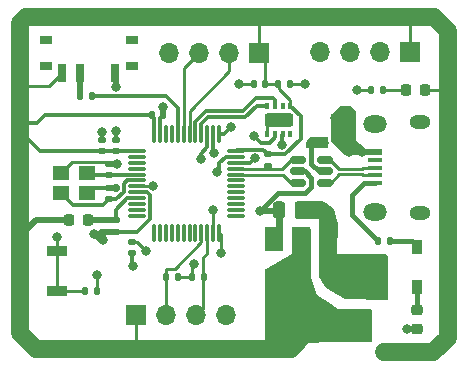
<source format=gbr>
%TF.GenerationSoftware,KiCad,Pcbnew,7.0.1*%
%TF.CreationDate,2024-04-05T01:09:51+05:30*%
%TF.ProjectId,stm32spi_new,73746d33-3273-4706-995f-6e65772e6b69,rev?*%
%TF.SameCoordinates,Original*%
%TF.FileFunction,Copper,L1,Top*%
%TF.FilePolarity,Positive*%
%FSLAX46Y46*%
G04 Gerber Fmt 4.6, Leading zero omitted, Abs format (unit mm)*
G04 Created by KiCad (PCBNEW 7.0.1) date 2024-04-05 01:09:51*
%MOMM*%
%LPD*%
G01*
G04 APERTURE LIST*
G04 Aperture macros list*
%AMRoundRect*
0 Rectangle with rounded corners*
0 $1 Rounding radius*
0 $2 $3 $4 $5 $6 $7 $8 $9 X,Y pos of 4 corners*
0 Add a 4 corners polygon primitive as box body*
4,1,4,$2,$3,$4,$5,$6,$7,$8,$9,$2,$3,0*
0 Add four circle primitives for the rounded corners*
1,1,$1+$1,$2,$3*
1,1,$1+$1,$4,$5*
1,1,$1+$1,$6,$7*
1,1,$1+$1,$8,$9*
0 Add four rect primitives between the rounded corners*
20,1,$1+$1,$2,$3,$4,$5,0*
20,1,$1+$1,$4,$5,$6,$7,0*
20,1,$1+$1,$6,$7,$8,$9,0*
20,1,$1+$1,$8,$9,$2,$3,0*%
G04 Aperture macros list end*
%TA.AperFunction,SMDPad,CuDef*%
%ADD10RoundRect,0.218750X0.218750X0.256250X-0.218750X0.256250X-0.218750X-0.256250X0.218750X-0.256250X0*%
%TD*%
%TA.AperFunction,SMDPad,CuDef*%
%ADD11RoundRect,0.140000X0.170000X-0.140000X0.170000X0.140000X-0.170000X0.140000X-0.170000X-0.140000X0*%
%TD*%
%TA.AperFunction,SMDPad,CuDef*%
%ADD12RoundRect,0.075000X-0.662500X-0.075000X0.662500X-0.075000X0.662500X0.075000X-0.662500X0.075000X0*%
%TD*%
%TA.AperFunction,SMDPad,CuDef*%
%ADD13RoundRect,0.075000X-0.075000X-0.662500X0.075000X-0.662500X0.075000X0.662500X-0.075000X0.662500X0*%
%TD*%
%TA.AperFunction,SMDPad,CuDef*%
%ADD14RoundRect,0.140000X-0.170000X0.140000X-0.170000X-0.140000X0.170000X-0.140000X0.170000X0.140000X0*%
%TD*%
%TA.AperFunction,ComponentPad*%
%ADD15O,1.700000X1.700000*%
%TD*%
%TA.AperFunction,ComponentPad*%
%ADD16R,1.700000X1.700000*%
%TD*%
%TA.AperFunction,SMDPad,CuDef*%
%ADD17RoundRect,0.140000X-0.140000X-0.170000X0.140000X-0.170000X0.140000X0.170000X-0.140000X0.170000X0*%
%TD*%
%TA.AperFunction,SMDPad,CuDef*%
%ADD18RoundRect,0.135000X-0.135000X-0.185000X0.135000X-0.185000X0.135000X0.185000X-0.135000X0.185000X0*%
%TD*%
%TA.AperFunction,SMDPad,CuDef*%
%ADD19RoundRect,0.150000X0.512500X0.150000X-0.512500X0.150000X-0.512500X-0.150000X0.512500X-0.150000X0*%
%TD*%
%TA.AperFunction,SMDPad,CuDef*%
%ADD20RoundRect,0.218750X-0.256250X0.218750X-0.256250X-0.218750X0.256250X-0.218750X0.256250X0.218750X0*%
%TD*%
%TA.AperFunction,SMDPad,CuDef*%
%ADD21R,1.500000X2.000000*%
%TD*%
%TA.AperFunction,SMDPad,CuDef*%
%ADD22R,3.800000X2.000000*%
%TD*%
%TA.AperFunction,SMDPad,CuDef*%
%ADD23RoundRect,0.147500X-0.147500X-0.172500X0.147500X-0.172500X0.147500X0.172500X-0.147500X0.172500X0*%
%TD*%
%TA.AperFunction,SMDPad,CuDef*%
%ADD24RoundRect,0.218750X-0.218750X-0.256250X0.218750X-0.256250X0.218750X0.256250X-0.218750X0.256250X0*%
%TD*%
%TA.AperFunction,SMDPad,CuDef*%
%ADD25R,1.300000X0.450000*%
%TD*%
%TA.AperFunction,ComponentPad*%
%ADD26O,1.800000X1.150000*%
%TD*%
%TA.AperFunction,ComponentPad*%
%ADD27O,2.000000X1.450000*%
%TD*%
%TA.AperFunction,SMDPad,CuDef*%
%ADD28R,0.700000X1.500000*%
%TD*%
%TA.AperFunction,SMDPad,CuDef*%
%ADD29R,1.000000X0.800000*%
%TD*%
%TA.AperFunction,SMDPad,CuDef*%
%ADD30R,1.700000X0.900000*%
%TD*%
%TA.AperFunction,SMDPad,CuDef*%
%ADD31RoundRect,0.140000X0.140000X0.170000X-0.140000X0.170000X-0.140000X-0.170000X0.140000X-0.170000X0*%
%TD*%
%TA.AperFunction,SMDPad,CuDef*%
%ADD32RoundRect,0.250000X0.475000X-0.250000X0.475000X0.250000X-0.475000X0.250000X-0.475000X-0.250000X0*%
%TD*%
%TA.AperFunction,SMDPad,CuDef*%
%ADD33RoundRect,0.295000X0.925000X-0.295000X0.925000X0.295000X-0.925000X0.295000X-0.925000X-0.295000X0*%
%TD*%
%TA.AperFunction,SMDPad,CuDef*%
%ADD34RoundRect,0.095250X0.095250X-0.184150X0.095250X0.184150X-0.095250X0.184150X-0.095250X-0.184150X0*%
%TD*%
%TA.AperFunction,SMDPad,CuDef*%
%ADD35RoundRect,0.135000X0.135000X0.185000X-0.135000X0.185000X-0.135000X-0.185000X0.135000X-0.185000X0*%
%TD*%
%TA.AperFunction,SMDPad,CuDef*%
%ADD36R,1.400000X1.200000*%
%TD*%
%TA.AperFunction,SMDPad,CuDef*%
%ADD37RoundRect,0.250000X-0.250000X-0.475000X0.250000X-0.475000X0.250000X0.475000X-0.250000X0.475000X0*%
%TD*%
%TA.AperFunction,SMDPad,CuDef*%
%ADD38RoundRect,0.135000X-0.185000X0.135000X-0.185000X-0.135000X0.185000X-0.135000X0.185000X0.135000X0*%
%TD*%
%TA.AperFunction,SMDPad,CuDef*%
%ADD39R,0.838200X1.168400*%
%TD*%
%TA.AperFunction,ViaPad*%
%ADD40C,0.800000*%
%TD*%
%TA.AperFunction,ViaPad*%
%ADD41C,0.700000*%
%TD*%
%TA.AperFunction,Conductor*%
%ADD42C,1.500000*%
%TD*%
%TA.AperFunction,Conductor*%
%ADD43C,0.500000*%
%TD*%
%TA.AperFunction,Conductor*%
%ADD44C,0.300000*%
%TD*%
%TA.AperFunction,Conductor*%
%ADD45C,0.400000*%
%TD*%
%TA.AperFunction,Conductor*%
%ADD46C,0.250000*%
%TD*%
%TA.AperFunction,Conductor*%
%ADD47C,0.600000*%
%TD*%
%TA.AperFunction,Conductor*%
%ADD48C,0.264000*%
%TD*%
%TA.AperFunction,Conductor*%
%ADD49C,0.200000*%
%TD*%
G04 APERTURE END LIST*
D10*
%TO.P,FB1,1*%
%TO.N,3.3VA*%
X147967500Y-105600000D03*
%TO.P,FB1,2*%
%TO.N,3.3V*%
X146392500Y-105600000D03*
%TD*%
D11*
%TO.P,C2,1*%
%TO.N,/HSE_IN*%
X149770000Y-101780000D03*
%TO.P,C2,2*%
%TO.N,GND*%
X149770000Y-100820000D03*
%TD*%
D12*
%TO.P,STM32F103C8T6,1,VBAT*%
%TO.N,3.3V*%
X152180000Y-99710000D03*
%TO.P,STM32F103C8T6,2,PC13*%
%TO.N,unconnected-(U1-PC13-Pad2)*%
X152180000Y-100210000D03*
%TO.P,STM32F103C8T6,3,PC14*%
%TO.N,unconnected-(U1-PC14-Pad3)*%
X152180000Y-100710000D03*
%TO.P,STM32F103C8T6,4,PC15*%
%TO.N,unconnected-(U1-PC15-Pad4)*%
X152180000Y-101210000D03*
%TO.P,STM32F103C8T6,5,PD0*%
%TO.N,/HSE_IN*%
X152180000Y-101710000D03*
%TO.P,STM32F103C8T6,6,PD1*%
%TO.N,/HSE_OUT*%
X152180000Y-102210000D03*
%TO.P,STM32F103C8T6,7,NRST*%
%TO.N,/NRST*%
X152180000Y-102710000D03*
%TO.P,STM32F103C8T6,8,VSSA*%
%TO.N,GND*%
X152180000Y-103210000D03*
%TO.P,STM32F103C8T6,9,VDDA*%
%TO.N,3.3VA*%
X152180000Y-103710000D03*
%TO.P,STM32F103C8T6,10,PA0*%
%TO.N,unconnected-(U1-PA0-Pad10)*%
X152180000Y-104210000D03*
%TO.P,STM32F103C8T6,11,PA1*%
%TO.N,unconnected-(U1-PA1-Pad11)*%
X152180000Y-104710000D03*
%TO.P,STM32F103C8T6,12,PA2*%
%TO.N,unconnected-(U1-PA2-Pad12)*%
X152180000Y-105210000D03*
D13*
%TO.P,STM32F103C8T6,13,PA3*%
%TO.N,unconnected-(U1-PA3-Pad13)*%
X153592500Y-106622500D03*
%TO.P,STM32F103C8T6,14,PA4*%
%TO.N,unconnected-(U1-PA4-Pad14)*%
X154092500Y-106622500D03*
%TO.P,STM32F103C8T6,15,PA5*%
%TO.N,unconnected-(U1-PA5-Pad15)*%
X154592500Y-106622500D03*
%TO.P,STM32F103C8T6,16,PA6*%
%TO.N,unconnected-(U1-PA6-Pad16)*%
X155092500Y-106622500D03*
%TO.P,STM32F103C8T6,17,PA7*%
%TO.N,unconnected-(U1-PA7-Pad17)*%
X155592500Y-106622500D03*
%TO.P,STM32F103C8T6,18,PB0*%
%TO.N,unconnected-(U1-PB0-Pad18)*%
X156092500Y-106622500D03*
%TO.P,STM32F103C8T6,19,PB1*%
%TO.N,unconnected-(U1-PB1-Pad19)*%
X156592500Y-106622500D03*
%TO.P,STM32F103C8T6,20,PB2*%
%TO.N,unconnected-(U1-PB2-Pad20)*%
X157092500Y-106622500D03*
%TO.P,STM32F103C8T6,21,PB10*%
%TO.N,/I2C2_SCL*%
X157592500Y-106622500D03*
%TO.P,STM32F103C8T6,22,PB11*%
%TO.N,/I2C2_SDA*%
X158092500Y-106622500D03*
%TO.P,STM32F103C8T6,23,VSS*%
%TO.N,GND*%
X158592500Y-106622500D03*
%TO.P,STM32F103C8T6,24,VDD*%
%TO.N,3.3V*%
X159092500Y-106622500D03*
D12*
%TO.P,STM32F103C8T6,25,PB12*%
%TO.N,unconnected-(U1-PB12-Pad25)*%
X160505000Y-105210000D03*
%TO.P,STM32F103C8T6,26,PB13*%
%TO.N,unconnected-(U1-PB13-Pad26)*%
X160505000Y-104710000D03*
%TO.P,STM32F103C8T6,27,PB14*%
%TO.N,unconnected-(U1-PB14-Pad27)*%
X160505000Y-104210000D03*
%TO.P,STM32F103C8T6,28,PB15*%
%TO.N,unconnected-(U1-PB15-Pad28)*%
X160505000Y-103710000D03*
%TO.P,STM32F103C8T6,29,PA8*%
%TO.N,unconnected-(U1-PA8-Pad29)*%
X160505000Y-103210000D03*
%TO.P,STM32F103C8T6,30,PA9*%
%TO.N,unconnected-(U1-PA9-Pad30)*%
X160505000Y-102710000D03*
%TO.P,STM32F103C8T6,31,PA10*%
%TO.N,unconnected-(U1-PA10-Pad31)*%
X160505000Y-102210000D03*
%TO.P,STM32F103C8T6,32,PA11*%
%TO.N,/USB D-*%
X160505000Y-101710000D03*
%TO.P,STM32F103C8T6,33,PA12*%
%TO.N,/USB D+*%
X160505000Y-101210000D03*
%TO.P,STM32F103C8T6,34,PA13*%
%TO.N,/SWDID*%
X160505000Y-100710000D03*
%TO.P,STM32F103C8T6,35,VSS*%
%TO.N,VBUS*%
X160505000Y-100210000D03*
%TO.P,STM32F103C8T6,36,VDD*%
%TO.N,3.3V*%
X160505000Y-99710000D03*
D13*
%TO.P,STM32F103C8T6,37,PA14*%
%TO.N,/SWCLK*%
X159092500Y-98297500D03*
%TO.P,STM32F103C8T6,38,PA15*%
%TO.N,CE*%
X158592500Y-98297500D03*
%TO.P,STM32F103C8T6,39,PB3*%
%TO.N,SCK*%
X158092500Y-98297500D03*
%TO.P,STM32F103C8T6,40,PB4*%
%TO.N,SDO*%
X157592500Y-98297500D03*
%TO.P,STM32F103C8T6,41,PB5*%
%TO.N,SDI*%
X157092500Y-98297500D03*
%TO.P,STM32F103C8T6,42,PB6*%
%TO.N,/USART1_TX*%
X156592500Y-98297500D03*
%TO.P,STM32F103C8T6,43,PB7*%
%TO.N,/USART1_RX*%
X156092500Y-98297500D03*
%TO.P,STM32F103C8T6,44,BOOT0*%
%TO.N,Net-(U1-BOOT0)*%
X155592500Y-98297500D03*
%TO.P,STM32F103C8T6,45,PB8*%
%TO.N,unconnected-(U1-PB8-Pad45)*%
X155092500Y-98297500D03*
%TO.P,STM32F103C8T6,46,PB9*%
%TO.N,unconnected-(U1-PB9-Pad46)*%
X154592500Y-98297500D03*
%TO.P,STM32F103C8T6,47,VSS*%
%TO.N,GND*%
X154092500Y-98297500D03*
%TO.P,STM32F103C8T6,48,VDD*%
%TO.N,3.3V*%
X153592500Y-98297500D03*
%TD*%
D14*
%TO.P,C6,1*%
%TO.N,3.3VA*%
X150340000Y-105590000D03*
%TO.P,C6,2*%
%TO.N,GND*%
X150340000Y-106550000D03*
%TD*%
D15*
%TO.P,UART,4,Pin_4*%
%TO.N,GND*%
X154880000Y-91390000D03*
%TO.P,UART,3,Pin_3*%
%TO.N,/USART1_RX*%
X157420000Y-91390000D03*
%TO.P,UART,2,Pin_2*%
%TO.N,/USART1_TX*%
X159960000Y-91390000D03*
D16*
%TO.P,UART,1,Pin_1*%
%TO.N,3.3V*%
X162500000Y-91390000D03*
%TD*%
D11*
%TO.P,C9,1*%
%TO.N,3.3V*%
X150350000Y-99710000D03*
%TO.P,C9,2*%
%TO.N,GND*%
X150350000Y-98750000D03*
%TD*%
D17*
%TO.P,C8,1*%
%TO.N,3.3V*%
X164120000Y-94070000D03*
%TO.P,C8,2*%
%TO.N,GND*%
X165080000Y-94070000D03*
%TD*%
D11*
%TO.P,C3,2*%
%TO.N,GND*%
X149760000Y-102840000D03*
%TO.P,C3,1*%
%TO.N,/HSE_OUT*%
X149760000Y-103800000D03*
%TD*%
D18*
%TO.P,R1,1*%
%TO.N,Net-(SW2-B)*%
X147320000Y-95030000D03*
%TO.P,R1,2*%
%TO.N,Net-(U1-BOOT0)*%
X148340000Y-95030000D03*
%TD*%
D17*
%TO.P,C12,2*%
%TO.N,GND*%
X154350000Y-96710000D03*
%TO.P,C12,1*%
%TO.N,3.3V*%
X153390000Y-96710000D03*
%TD*%
D11*
%TO.P,C13,1*%
%TO.N,3.3V*%
X149177500Y-99720000D03*
%TO.P,C13,2*%
%TO.N,GND*%
X149177500Y-98760000D03*
%TD*%
D19*
%TO.P,U4,1,I/O1*%
%TO.N,/D-*%
X168025000Y-102390000D03*
%TO.P,U4,2,GND*%
%TO.N,GND*%
X168025000Y-101440000D03*
%TO.P,U4,3,I/O2*%
%TO.N,/D+*%
X168025000Y-100490000D03*
%TO.P,U4,4,I/O2*%
%TO.N,/USB D+*%
X165750000Y-100490000D03*
%TO.P,U4,5,VBUS*%
%TO.N,VBUS*%
X165750000Y-101440000D03*
%TO.P,U4,6,I/O1*%
%TO.N,/USB D-*%
X165750000Y-102390000D03*
%TD*%
D20*
%TO.P,FB2,2*%
%TO.N,VBUS*%
X175880000Y-114787500D03*
%TO.P,FB2,1*%
%TO.N,Net-(CR2-Pad1)*%
X175880000Y-113212500D03*
%TD*%
D21*
%TO.P,AMS1117,3,VI*%
%TO.N,VBUS*%
X163730000Y-107180000D03*
D22*
%TO.P,AMS1117,2,VO*%
%TO.N,3.3V*%
X166030000Y-113480000D03*
D21*
X166030000Y-107180000D03*
%TO.P,AMS1117,1,GND*%
%TO.N,GND*%
X168330000Y-107180000D03*
%TD*%
D23*
%TO.P,24V 250mA,1*%
%TO.N,VBUS*%
X172575000Y-107370000D03*
%TO.P,24V 250mA,2*%
%TO.N,Net-(CR2-Pad2)*%
X173545000Y-107370000D03*
%TD*%
D18*
%TO.P,R,1*%
%TO.N,3.3V*%
X156770000Y-110370000D03*
%TO.P,R,2*%
%TO.N,/I2C2_SDA*%
X157790000Y-110370000D03*
%TD*%
D24*
%TO.P,D1,1,K*%
%TO.N,Net-(D1-K)*%
X174915000Y-94580000D03*
%TO.P,D1,2,A*%
%TO.N,3.3V*%
X176490000Y-94580000D03*
%TD*%
D25*
%TO.P,J1,1,VBUS*%
%TO.N,VBUS*%
X172270000Y-102420000D03*
%TO.P,J1,2,D-*%
%TO.N,/D-*%
X172270000Y-101770000D03*
%TO.P,J1,3,D+*%
%TO.N,/D+*%
X172270000Y-101120000D03*
%TO.P,J1,4,ID*%
%TO.N,unconnected-(J1-ID-Pad4)*%
X172270000Y-100470000D03*
%TO.P,J1,5,GND*%
%TO.N,GND*%
X172270000Y-99820000D03*
D26*
%TO.P,J1,6,Shield*%
%TO.N,unconnected-(J1-Shield-Pad6)*%
X176120000Y-104995000D03*
D27*
X172320000Y-104845000D03*
X172320000Y-97395000D03*
D26*
X176120000Y-97245000D03*
%TD*%
D15*
%TO.P,SWD,4,Pin_4*%
%TO.N,GND*%
X167600000Y-91310000D03*
%TO.P,SWD,3,Pin_3*%
%TO.N,/SWCLK*%
X170140000Y-91310000D03*
%TO.P,SWD,2,Pin_2*%
%TO.N,/SWDID*%
X172680000Y-91310000D03*
D16*
%TO.P,SWD,1,Pin_1*%
%TO.N,3.3V*%
X175220000Y-91310000D03*
%TD*%
D28*
%TO.P,BOOT,3,C*%
%TO.N,3.3V*%
X145820000Y-93150000D03*
%TO.P,BOOT,2,B*%
%TO.N,Net-(SW2-B)*%
X147320000Y-93150000D03*
%TO.P,BOOT,1,A*%
%TO.N,GND*%
X150320000Y-93150000D03*
D29*
%TO.P,BOOT,*%
%TO.N,*%
X144420000Y-90290000D03*
X144420000Y-92500000D03*
X151720000Y-90290000D03*
X151720000Y-92500000D03*
%TD*%
D14*
%TO.P,C7,1*%
%TO.N,3.3VA*%
X149260000Y-105600000D03*
%TO.P,C7,2*%
%TO.N,GND*%
X149260000Y-106560000D03*
%TD*%
D30*
%TO.P,SW1,1,A*%
%TO.N,GND*%
X145370000Y-111560000D03*
%TO.P,SW1,2,A*%
X145370000Y-108160000D03*
%TD*%
D15*
%TO.P,I2C,4,Pin_4*%
%TO.N,GND*%
X159700000Y-113640000D03*
%TO.P,I2C,3,Pin_3*%
%TO.N,/I2C2_SDA*%
X157160000Y-113640000D03*
%TO.P,I2C,2,Pin_2*%
%TO.N,/I2C2_SCL*%
X154620000Y-113640000D03*
D16*
%TO.P,I2C,1,Pin_1*%
%TO.N,3.3V*%
X152080000Y-113640000D03*
%TD*%
D31*
%TO.P,C1,1*%
%TO.N,/NRST*%
X148720000Y-111560000D03*
%TO.P,C1,2*%
%TO.N,GND*%
X147760000Y-111560000D03*
%TD*%
D32*
%TO.P,C5,1*%
%TO.N,3.3V*%
X171250000Y-113630000D03*
%TO.P,C5,2*%
%TO.N,GND*%
X171250000Y-111730000D03*
%TD*%
D31*
%TO.P,C10,1*%
%TO.N,3.3V*%
X162990000Y-94080000D03*
%TO.P,C10,2*%
%TO.N,GND*%
X162030000Y-94080000D03*
%TD*%
D33*
%TO.P,TC-72 Temparature sensor,9,NC*%
%TO.N,GND*%
X164140800Y-97102000D03*
D34*
%TO.P,TC-72 Temparature sensor,8,VDD*%
%TO.N,3.3V*%
X165131200Y-95881600D03*
%TO.P,TC-72 Temparature sensor,7,NC*%
%TO.N,unconnected-(U3-NC-Pad7)*%
X164470800Y-95881600D03*
%TO.P,TC-72 Temparature sensor,6,SDI*%
%TO.N,SDI*%
X163810400Y-95881600D03*
%TO.P,TC-72 Temparature sensor,5,SDO*%
%TO.N,SDO*%
X163150000Y-95881600D03*
%TO.P,TC-72 Temparature sensor,4,GND*%
%TO.N,GND*%
X163150000Y-98320000D03*
%TO.P,TC-72 Temparature sensor,3,SCK*%
%TO.N,SCK*%
X163810400Y-98320000D03*
%TO.P,TC-72 Temparature sensor,2,CE*%
%TO.N,CE*%
X164470800Y-98320000D03*
%TO.P,TC-72 Temparature sensor,1,NC*%
%TO.N,unconnected-(U3-NC-Pad1)*%
X165131200Y-98320000D03*
%TD*%
D35*
%TO.P,R4,1*%
%TO.N,3.3V*%
X155650000Y-110360000D03*
%TO.P,R4,2*%
%TO.N,/I2C2_SCL*%
X154630000Y-110360000D03*
%TD*%
D36*
%TO.P,Crystal 16MHz,4,4*%
%TO.N,GND*%
X147940000Y-103280000D03*
%TO.P,Crystal 16MHz,3,3*%
%TO.N,/HSE_OUT*%
X145740000Y-103280000D03*
%TO.P,Crystal 16MHz,2,2*%
%TO.N,GND*%
X145740000Y-101580000D03*
%TO.P,Crystal 16MHz,1,1*%
%TO.N,/HSE_IN*%
X147940000Y-101580000D03*
%TD*%
D35*
%TO.P,R3,1*%
%TO.N,Net-(D1-K)*%
X173000000Y-94550000D03*
%TO.P,R3,2*%
%TO.N,GND*%
X171980000Y-94550000D03*
%TD*%
D37*
%TO.P,C4,1*%
%TO.N,VBUS*%
X164187500Y-104730000D03*
%TO.P,C4,2*%
%TO.N,GND*%
X166087500Y-104730000D03*
%TD*%
D14*
%TO.P,C11,1*%
%TO.N,3.3V*%
X151760000Y-107400000D03*
%TO.P,C11,2*%
%TO.N,GND*%
X151760000Y-108360000D03*
%TD*%
D38*
%TO.P,R2,1*%
%TO.N,3.3V*%
X163250000Y-100000000D03*
%TO.P,R2,2*%
%TO.N,/USB D+*%
X163250000Y-101020000D03*
%TD*%
D39*
%TO.P,CR2,1*%
%TO.N,Net-(CR2-Pad1)*%
X175880000Y-111253600D03*
%TO.P,CR2,2*%
%TO.N,Net-(CR2-Pad2)*%
X175880000Y-107850000D03*
%TD*%
D40*
%TO.N,3.3V*%
X159250000Y-108350000D03*
X156940000Y-109290000D03*
X152900000Y-108160000D03*
%TO.N,/NRST*%
X153527363Y-102659681D03*
X148740000Y-110190000D03*
%TO.N,VBUS*%
X174970000Y-114790000D03*
X162560000Y-104820000D03*
X158930000Y-101500000D03*
%TO.N,/SWDID*%
X162100000Y-100350000D03*
%TO.N,/SWCLK*%
X160090000Y-97690000D03*
%TO.N,CE*%
X158700000Y-99870000D03*
X164460000Y-99180000D03*
%TO.N,SCK*%
X162080000Y-98430500D03*
X157570000Y-100390000D03*
%TO.N,GND*%
X166910000Y-99040000D03*
X170060000Y-99820000D03*
X168970000Y-98170000D03*
X151810000Y-109450000D03*
X158590000Y-104750000D03*
X154340000Y-95990000D03*
X171080000Y-110030000D03*
X169720000Y-110030000D03*
X170800000Y-94550000D03*
X168260000Y-105250000D03*
D41*
X150345628Y-102865128D03*
D40*
X172400000Y-110270000D03*
X150490000Y-100820000D03*
X171080000Y-108860000D03*
X167030000Y-104750000D03*
X166380000Y-94040000D03*
X169210000Y-111140000D03*
X149250000Y-107250000D03*
X172400000Y-111740000D03*
X168950000Y-96950000D03*
X170090000Y-97530000D03*
X145380000Y-106970000D03*
X170100000Y-96350000D03*
X150340000Y-94330000D03*
X169720000Y-108870000D03*
X168330000Y-108630000D03*
X170080000Y-98750000D03*
X167990000Y-99040000D03*
X150350000Y-98060000D03*
X164890000Y-97090000D03*
X163470000Y-97090000D03*
X171190000Y-99820000D03*
X149180000Y-98070000D03*
X160810000Y-94070000D03*
X168320000Y-109950000D03*
X148540000Y-106720000D03*
X172390000Y-108850000D03*
%TD*%
D42*
%TO.N,3.3V*%
X142240000Y-106930000D02*
X142240000Y-97310000D01*
D43*
X142260000Y-105600000D02*
X142240000Y-105620000D01*
D44*
X153592500Y-96912500D02*
X153390000Y-96710000D01*
D45*
X153390000Y-96710000D02*
X153350000Y-96670000D01*
D43*
%TO.N,GND*%
X150345628Y-102865128D02*
X150320500Y-102840000D01*
X150320500Y-102840000D02*
X149760000Y-102840000D01*
D44*
X147940000Y-103280000D02*
X148380000Y-102840000D01*
X148380000Y-102840000D02*
X149760000Y-102840000D01*
%TO.N,3.3V*%
X162850000Y-99600000D02*
X163250000Y-100000000D01*
D42*
X174590000Y-88400000D02*
X177300000Y-88400000D01*
X167520000Y-88400000D02*
X174590000Y-88400000D01*
D44*
X143910000Y-99720000D02*
X142720000Y-98530000D01*
D42*
X143580000Y-116450000D02*
X142240000Y-115110000D01*
D46*
X162990000Y-94080000D02*
X164170000Y-94080000D01*
D42*
X177300000Y-88400000D02*
X178450000Y-89550000D01*
X142240000Y-97310000D02*
X142240000Y-95830000D01*
D46*
X156770000Y-109460000D02*
X156940000Y-109290000D01*
D42*
X166030000Y-113480000D02*
X166030000Y-115590000D01*
X142240000Y-95830000D02*
X142240000Y-94250000D01*
D44*
X150350000Y-99710000D02*
X152180000Y-99710000D01*
D46*
X165131200Y-95431200D02*
X164170000Y-94470000D01*
D42*
X165170000Y-116450000D02*
X155280000Y-116450000D01*
X178450000Y-94540000D02*
X178450000Y-115520000D01*
D46*
X175220000Y-91310000D02*
X175220000Y-89030000D01*
D44*
X149187500Y-99710000D02*
X149177500Y-99720000D01*
D46*
X159250000Y-106780000D02*
X159092500Y-106622500D01*
D44*
X150350000Y-99710000D02*
X149187500Y-99710000D01*
X143720000Y-97310000D02*
X142240000Y-97310000D01*
D46*
X159250000Y-108350000D02*
X159250000Y-106780000D01*
X144720000Y-94250000D02*
X142240000Y-94250000D01*
D42*
X142240000Y-115110000D02*
X142240000Y-106930000D01*
X142240000Y-88900000D02*
X142740000Y-88400000D01*
D43*
X143570000Y-105600000D02*
X142240000Y-106930000D01*
D42*
X162680000Y-88400000D02*
X167520000Y-88400000D01*
D44*
X163250000Y-100000000D02*
X164700661Y-100000000D01*
X160615000Y-99600000D02*
X162850000Y-99600000D01*
X149177500Y-99720000D02*
X143910000Y-99720000D01*
D42*
X178450000Y-115520000D02*
X177205000Y-116765000D01*
D44*
X153592500Y-98297500D02*
X153592500Y-96912500D01*
D42*
X142240000Y-94250000D02*
X142240000Y-88900000D01*
D46*
X145820000Y-93150000D02*
X144720000Y-94250000D01*
D42*
X177205000Y-116765000D02*
X173065000Y-116765000D01*
D46*
X178410000Y-94580000D02*
X178450000Y-94540000D01*
D44*
X144320000Y-96710000D02*
X143720000Y-97310000D01*
D42*
X155280000Y-116450000D02*
X151920000Y-116450000D01*
D46*
X164170000Y-94470000D02*
X164170000Y-94087609D01*
D42*
X151920000Y-116450000D02*
X143580000Y-116450000D01*
D46*
X155650000Y-110360000D02*
X156760000Y-110360000D01*
X162990000Y-94080000D02*
X162990000Y-91880000D01*
X156760000Y-110360000D02*
X156770000Y-110370000D01*
X162990000Y-91880000D02*
X162500000Y-91390000D01*
D44*
X166010000Y-96760400D02*
X165131200Y-95881600D01*
X166010000Y-98690661D02*
X166010000Y-96760400D01*
D46*
X152900000Y-108160000D02*
X152140000Y-107400000D01*
X162500000Y-91390000D02*
X162500000Y-88580000D01*
D42*
X142740000Y-88400000D02*
X162680000Y-88400000D01*
D44*
X164700661Y-100000000D02*
X166010000Y-98690661D01*
D46*
X152080000Y-113640000D02*
X152080000Y-116290000D01*
X152080000Y-116290000D02*
X151920000Y-116450000D01*
D44*
X160505000Y-99710000D02*
X160615000Y-99600000D01*
D46*
X162500000Y-88580000D02*
X162680000Y-88400000D01*
D42*
X166030000Y-115590000D02*
X165170000Y-116450000D01*
D46*
X152140000Y-107400000D02*
X151760000Y-107400000D01*
X165131200Y-95881600D02*
X165131200Y-95431200D01*
D44*
X153390000Y-96710000D02*
X144320000Y-96710000D01*
D46*
X175220000Y-89030000D02*
X174590000Y-88400000D01*
D43*
X146392500Y-105600000D02*
X143570000Y-105600000D01*
D42*
X178450000Y-89550000D02*
X178450000Y-94540000D01*
D46*
X156770000Y-110370000D02*
X156770000Y-109460000D01*
X176490000Y-94580000D02*
X178410000Y-94580000D01*
%TO.N,/I2C2_SDA*%
X158092500Y-108367500D02*
X157720000Y-108740000D01*
X157720000Y-108740000D02*
X157720000Y-113080000D01*
X157720000Y-113080000D02*
X157160000Y-113640000D01*
X158092500Y-106622500D02*
X158092500Y-108367500D01*
%TO.N,/NRST*%
X148740000Y-111540000D02*
X148720000Y-111560000D01*
X152180000Y-102710000D02*
X153477044Y-102710000D01*
X148740000Y-110190000D02*
X148740000Y-111540000D01*
X153477044Y-102710000D02*
X153527363Y-102659681D01*
D44*
%TO.N,/HSE_IN*%
X152180000Y-101710000D02*
X149840000Y-101710000D01*
X148140000Y-101780000D02*
X147940000Y-101580000D01*
X149770000Y-101780000D02*
X148140000Y-101780000D01*
X149840000Y-101710000D02*
X149770000Y-101780000D01*
%TO.N,/HSE_OUT*%
X149290000Y-104270000D02*
X149760000Y-103800000D01*
X151050000Y-102501459D02*
X151050000Y-103150000D01*
X151341459Y-102210000D02*
X151050000Y-102501459D01*
X150400000Y-103800000D02*
X149760000Y-103800000D01*
X152180000Y-102210000D02*
X151341459Y-102210000D01*
X145740000Y-103280000D02*
X146730000Y-104270000D01*
X146730000Y-104270000D02*
X149290000Y-104270000D01*
X151050000Y-103150000D02*
X150400000Y-103800000D01*
%TO.N,VBUS*%
X159110000Y-101360000D02*
X159070000Y-101360000D01*
X159110000Y-100766459D02*
X159110000Y-101360000D01*
X159666459Y-100210000D02*
X159110000Y-100766459D01*
D45*
X170370000Y-105165000D02*
X170370000Y-103440000D01*
D47*
X164187500Y-106722500D02*
X163730000Y-107180000D01*
D45*
X166900000Y-101980000D02*
X166900000Y-102790000D01*
D44*
X160505000Y-100210000D02*
X159666459Y-100210000D01*
D45*
X166360000Y-101440000D02*
X166900000Y-101980000D01*
D44*
X159070000Y-101360000D02*
X158930000Y-101500000D01*
D45*
X170370000Y-103440000D02*
X171390000Y-102420000D01*
D47*
X164187500Y-104730000D02*
X164187500Y-106722500D01*
D45*
X171390000Y-102420000D02*
X172270000Y-102420000D01*
X166900000Y-102790000D02*
X166380000Y-103310000D01*
X165750000Y-101440000D02*
X166360000Y-101440000D01*
X172575000Y-107370000D02*
X170370000Y-105165000D01*
X166380000Y-103310000D02*
X164070000Y-103310000D01*
D43*
X162560000Y-104820000D02*
X164097500Y-104820000D01*
X174972500Y-114787500D02*
X174970000Y-114790000D01*
X164097500Y-104820000D02*
X164187500Y-104730000D01*
D45*
X164070000Y-103310000D02*
X162560000Y-104820000D01*
D43*
X175880000Y-114787500D02*
X174972500Y-114787500D01*
D44*
%TO.N,3.3VA*%
X152180000Y-103710000D02*
X151341459Y-103710000D01*
D43*
X150330000Y-105600000D02*
X150340000Y-105590000D01*
D44*
X150340000Y-104711459D02*
X150340000Y-105590000D01*
X151341459Y-103710000D02*
X150340000Y-104711459D01*
D43*
X149260000Y-105600000D02*
X150330000Y-105600000D01*
X147967500Y-105600000D02*
X149260000Y-105600000D01*
D46*
%TO.N,Net-(D1-K)*%
X173030000Y-94580000D02*
X173000000Y-94550000D01*
X174915000Y-94580000D02*
X173030000Y-94580000D01*
D48*
%TO.N,/USB D-*%
X165158934Y-102390000D02*
X165750000Y-102390000D01*
X160505000Y-101710000D02*
X164478934Y-101710000D01*
X164478934Y-101710000D02*
X165158934Y-102390000D01*
D49*
%TO.N,/USB D+*%
X160529999Y-101234999D02*
X160530000Y-101235000D01*
X160505000Y-101210000D02*
X160529999Y-101234999D01*
X160505000Y-101210000D02*
X160530000Y-101235000D01*
X160505000Y-101210000D02*
X160525000Y-101230000D01*
D48*
X165198934Y-100490000D02*
X165750000Y-100490000D01*
X160505000Y-101210000D02*
X160523000Y-101228000D01*
X164460934Y-101228000D02*
X165198934Y-100490000D01*
X160523000Y-101228000D02*
X164460934Y-101228000D01*
D44*
%TO.N,/SWDID*%
X160505000Y-100710000D02*
X161740000Y-100710000D01*
X161740000Y-100710000D02*
X162100000Y-100350000D01*
%TO.N,/SWCLK*%
X159482500Y-98297500D02*
X159092500Y-98297500D01*
X160090000Y-97690000D02*
X159482500Y-98297500D01*
D46*
%TO.N,/USART1_TX*%
X159960000Y-92950000D02*
X159960000Y-91390000D01*
X156592500Y-98297500D02*
X156592500Y-96317500D01*
X156592500Y-96317500D02*
X159960000Y-92950000D01*
%TO.N,/USART1_RX*%
X156092500Y-92717500D02*
X157420000Y-91390000D01*
X156092500Y-98297500D02*
X156092500Y-92717500D01*
%TO.N,/I2C2_SCL*%
X154620000Y-113640000D02*
X154620000Y-109680000D01*
X157592500Y-107425685D02*
X157592500Y-106622500D01*
X154620000Y-109680000D02*
X155338185Y-109680000D01*
X155338185Y-109680000D02*
X157592500Y-107425685D01*
D43*
%TO.N,Net-(SW2-B)*%
X147320000Y-95030000D02*
X147320000Y-93150000D01*
D44*
%TO.N,Net-(U1-BOOT0)*%
X155592500Y-96082500D02*
X155592500Y-98297500D01*
X154590000Y-95080000D02*
X155592500Y-96082500D01*
X148390000Y-95080000D02*
X154590000Y-95080000D01*
X148340000Y-95030000D02*
X148390000Y-95080000D01*
%TO.N,CE*%
X158700000Y-99870000D02*
X158592500Y-99762500D01*
X164460000Y-99180000D02*
X164460000Y-98330800D01*
X164460000Y-98330800D02*
X164470800Y-98320000D01*
X158592500Y-99762500D02*
X158592500Y-98297500D01*
%TO.N,SCK*%
X163810400Y-98568679D02*
X163810400Y-98320000D01*
X162080000Y-98430500D02*
X162659500Y-99010000D01*
X162659500Y-99010000D02*
X163369079Y-99010000D01*
X158092500Y-98297500D02*
X158092500Y-99416839D01*
X163369079Y-99010000D02*
X163810400Y-98568679D01*
X157570000Y-99939339D02*
X157570000Y-100390000D01*
X158092500Y-99416839D02*
X157570000Y-99939339D01*
%TO.N,SDI*%
X158012906Y-96331447D02*
X161111447Y-96331447D01*
X163810400Y-95380400D02*
X163810400Y-95865700D01*
X157092500Y-97251853D02*
X158012906Y-96331447D01*
X161111447Y-96331447D02*
X162190694Y-95252200D01*
X162190694Y-95252200D02*
X163682200Y-95252200D01*
X157092500Y-98297500D02*
X157092500Y-97251853D01*
X163682200Y-95252200D02*
X163810400Y-95380400D01*
%TO.N,SDO*%
X162268400Y-95881600D02*
X163150000Y-95881600D01*
X158181459Y-96870000D02*
X161280000Y-96870000D01*
X157592500Y-97458959D02*
X158181459Y-96870000D01*
X157592500Y-98297500D02*
X157592500Y-97458959D01*
X161280000Y-96870000D02*
X162268400Y-95881600D01*
D48*
%TO.N,/D-*%
X169251000Y-101677000D02*
X171201999Y-101677000D01*
X168025000Y-102390000D02*
X168538000Y-102390000D01*
X171294999Y-101770000D02*
X172270000Y-101770000D01*
X168538000Y-102390000D02*
X169251000Y-101677000D01*
X171201999Y-101677000D02*
X171294999Y-101770000D01*
%TO.N,/D+*%
X171201999Y-101213000D02*
X169251000Y-101213000D01*
X172270000Y-101120000D02*
X171294999Y-101120000D01*
X169251000Y-101213000D02*
X168528000Y-100490000D01*
X171294999Y-101120000D02*
X171201999Y-101213000D01*
X168528000Y-100490000D02*
X168025000Y-100490000D01*
D45*
%TO.N,Net-(CR2-Pad1)*%
X175880000Y-111253600D02*
X175880000Y-113212500D01*
%TO.N,Net-(CR2-Pad2)*%
X173545000Y-107370000D02*
X175400000Y-107370000D01*
X175400000Y-107370000D02*
X175880000Y-107850000D01*
D46*
%TO.N,GND*%
X158592500Y-106622500D02*
X158592500Y-104752500D01*
D43*
X149100000Y-106720000D02*
X149260000Y-106560000D01*
D45*
X166910000Y-100815317D02*
X166910000Y-99040000D01*
D44*
X151760000Y-109400000D02*
X151810000Y-109450000D01*
D43*
X154340000Y-96700000D02*
X154350000Y-96710000D01*
D44*
X152180000Y-106550000D02*
X150340000Y-106550000D01*
X154092500Y-96967500D02*
X154350000Y-96710000D01*
D43*
X150340000Y-94330000D02*
X150340000Y-93170000D01*
D44*
X153018541Y-103210000D02*
X153280000Y-103471459D01*
D46*
X165130000Y-94080000D02*
X166340000Y-94080000D01*
X149770000Y-100820000D02*
X149605000Y-100655000D01*
X160820000Y-94080000D02*
X160810000Y-94070000D01*
D43*
X149250000Y-107250000D02*
X149250000Y-106570000D01*
D45*
X167534683Y-101440000D02*
X166910000Y-100815317D01*
X168025000Y-101440000D02*
X167534683Y-101440000D01*
D46*
X145370000Y-111560000D02*
X147760000Y-111560000D01*
X163150000Y-98320000D02*
X163150000Y-97410000D01*
D43*
X149070000Y-107250000D02*
X148540000Y-106720000D01*
X149250000Y-106570000D02*
X149260000Y-106560000D01*
D45*
X171190000Y-99820000D02*
X172270000Y-99820000D01*
D46*
X149605000Y-100655000D02*
X146665000Y-100655000D01*
X166340000Y-94080000D02*
X166380000Y-94040000D01*
D44*
X149177500Y-98760000D02*
X149177500Y-98072500D01*
D46*
X162030000Y-94080000D02*
X160820000Y-94080000D01*
D44*
X151760000Y-108360000D02*
X151760000Y-109400000D01*
X154092500Y-98297500D02*
X154092500Y-96967500D01*
D46*
X145370000Y-108160000D02*
X145370000Y-106980000D01*
D44*
X149177500Y-98072500D02*
X149180000Y-98070000D01*
X153280000Y-105450000D02*
X152180000Y-106550000D01*
D43*
X150490000Y-100820000D02*
X149770000Y-100820000D01*
X150340000Y-93170000D02*
X150320000Y-93150000D01*
D46*
X170800000Y-94550000D02*
X171980000Y-94550000D01*
D44*
X150350000Y-98060000D02*
X150350000Y-98750000D01*
D46*
X145370000Y-106980000D02*
X145380000Y-106970000D01*
D43*
X149250000Y-107250000D02*
X149070000Y-107250000D01*
D46*
X146665000Y-100655000D02*
X145740000Y-101580000D01*
X158592500Y-104752500D02*
X158590000Y-104750000D01*
D43*
X149260000Y-106560000D02*
X150330000Y-106560000D01*
D44*
X153280000Y-103471459D02*
X153280000Y-105450000D01*
D46*
X145370000Y-111560000D02*
X145370000Y-108160000D01*
D43*
X148540000Y-106720000D02*
X149100000Y-106720000D01*
D46*
X163150000Y-97410000D02*
X163470000Y-97090000D01*
D44*
X152180000Y-103210000D02*
X153018541Y-103210000D01*
D43*
X150330000Y-106560000D02*
X150340000Y-106550000D01*
X154340000Y-95990000D02*
X154340000Y-96700000D01*
%TD*%
%TA.AperFunction,Conductor*%
%TO.N,GND*%
G36*
X170306091Y-95959439D02*
G01*
X170346319Y-95986319D01*
X170633681Y-96273681D01*
X170660561Y-96313909D01*
X170670000Y-96361362D01*
X170670000Y-98890001D01*
X171371451Y-99401474D01*
X171561429Y-99540000D01*
X172796000Y-99540000D01*
X172858000Y-99556613D01*
X172903387Y-99602000D01*
X172920000Y-99664000D01*
X172920000Y-99920500D01*
X172903387Y-99982500D01*
X172858000Y-100027887D01*
X172796000Y-100044500D01*
X171600250Y-100044500D01*
X171587775Y-100046981D01*
X171563530Y-100049363D01*
X169729807Y-100048503D01*
X169682385Y-100039053D01*
X169642184Y-100012184D01*
X168626319Y-98996319D01*
X168599439Y-98956091D01*
X168590000Y-98908638D01*
X168590000Y-96661362D01*
X168599439Y-96613909D01*
X168626319Y-96573681D01*
X169213681Y-95986319D01*
X169253909Y-95959439D01*
X169301362Y-95950000D01*
X170258638Y-95950000D01*
X170306091Y-95959439D01*
G37*
%TD.AperFunction*%
%TD*%
%TA.AperFunction,Conductor*%
%TO.N,3.3V*%
G36*
X166717300Y-106169236D02*
G01*
X166778622Y-106185905D01*
X166823636Y-106230764D01*
X166840516Y-106292031D01*
X166879999Y-110359999D01*
X167427499Y-111899998D01*
X167427502Y-111900002D01*
X168594166Y-112699999D01*
X169177500Y-113100000D01*
X169231016Y-113100372D01*
X171926863Y-113119143D01*
X171988498Y-113136042D01*
X172033531Y-113181389D01*
X172050000Y-113243140D01*
X172050000Y-115747357D01*
X172033614Y-115808963D01*
X171988786Y-115854287D01*
X171927364Y-115871349D01*
X163085859Y-115968615D01*
X163023142Y-115952381D01*
X162977172Y-115906734D01*
X162960496Y-115844137D01*
X162984385Y-109792306D01*
X163001042Y-109730719D01*
X163046113Y-109685567D01*
X165260000Y-108400000D01*
X165241124Y-106285891D01*
X165257493Y-106223201D01*
X165303247Y-106177324D01*
X165365893Y-106160787D01*
X166717300Y-106169236D01*
G37*
%TD.AperFunction*%
%TD*%
%TA.AperFunction,Conductor*%
%TO.N,GND*%
G36*
X167918135Y-103985853D02*
G01*
X167952227Y-104002859D01*
X168180279Y-104164617D01*
X168746191Y-104566019D01*
X168774555Y-104593980D01*
X168792591Y-104629494D01*
X169121448Y-105661018D01*
X169127301Y-105699917D01*
X169100000Y-108439999D01*
X169100000Y-108440000D01*
X172079260Y-108449997D01*
X172080673Y-108450010D01*
X173237859Y-108468091D01*
X173299059Y-108485354D01*
X173343656Y-108530682D01*
X173359921Y-108592156D01*
X173357581Y-112232905D01*
X173340415Y-112295774D01*
X173293738Y-112341255D01*
X173230445Y-112356785D01*
X169830779Y-112270778D01*
X169773161Y-112254915D01*
X168156333Y-111346205D01*
X168110568Y-111301589D01*
X167555069Y-110369480D01*
X167537588Y-110305680D01*
X167541995Y-108592156D01*
X167550000Y-105480000D01*
X167549998Y-105480000D01*
X167549999Y-105479999D01*
X165674412Y-105489377D01*
X165612210Y-105473006D01*
X165566577Y-105427677D01*
X165549792Y-105365588D01*
X165547705Y-104113061D01*
X165564059Y-104051306D01*
X165608984Y-104005887D01*
X165670554Y-103988860D01*
X166626960Y-103980005D01*
X166628108Y-103980000D01*
X167880488Y-103980000D01*
X167918135Y-103985853D01*
G37*
%TD.AperFunction*%
%TD*%
%TA.AperFunction,Conductor*%
%TO.N,GND*%
G36*
X168287938Y-98576627D02*
G01*
X168333329Y-98622050D01*
X168349912Y-98684085D01*
X168349766Y-98893052D01*
X168349585Y-99149706D01*
X168349844Y-99355844D01*
X168333283Y-99417910D01*
X168287889Y-99463361D01*
X168225844Y-99480000D01*
X166604000Y-99480000D01*
X166542000Y-99463387D01*
X166496613Y-99418000D01*
X166480000Y-99356000D01*
X166480000Y-99189519D01*
X166488708Y-99143871D01*
X166513609Y-99104634D01*
X166540448Y-99076054D01*
X166550675Y-99057448D01*
X166561348Y-99041200D01*
X166574362Y-99024425D01*
X166592491Y-98982529D01*
X166597631Y-98972038D01*
X166619627Y-98932029D01*
X166624906Y-98911466D01*
X166631204Y-98893067D01*
X166639635Y-98873587D01*
X166646777Y-98828485D01*
X166649145Y-98817058D01*
X166660500Y-98772839D01*
X166660500Y-98751616D01*
X166662027Y-98732217D01*
X166662399Y-98729861D01*
X166665347Y-98711256D01*
X166663873Y-98695668D01*
X166676254Y-98628866D01*
X166721980Y-98578614D01*
X166787323Y-98560000D01*
X168225913Y-98560000D01*
X168287938Y-98576627D01*
G37*
%TD.AperFunction*%
%TD*%
M02*

</source>
